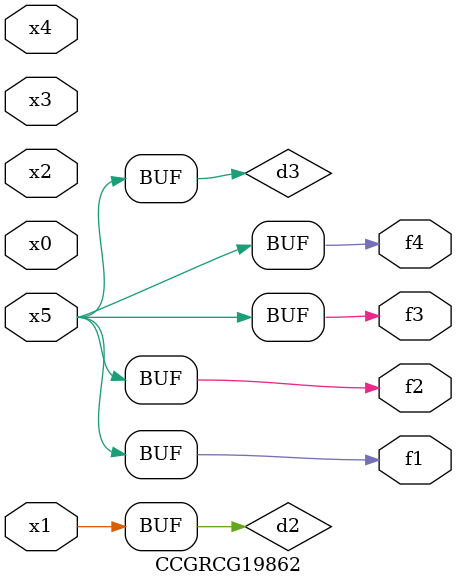
<source format=v>
module CCGRCG19862(
	input x0, x1, x2, x3, x4, x5,
	output f1, f2, f3, f4
);

	wire d1, d2, d3;

	not (d1, x5);
	or (d2, x1);
	xnor (d3, d1);
	assign f1 = d3;
	assign f2 = d3;
	assign f3 = d3;
	assign f4 = d3;
endmodule

</source>
